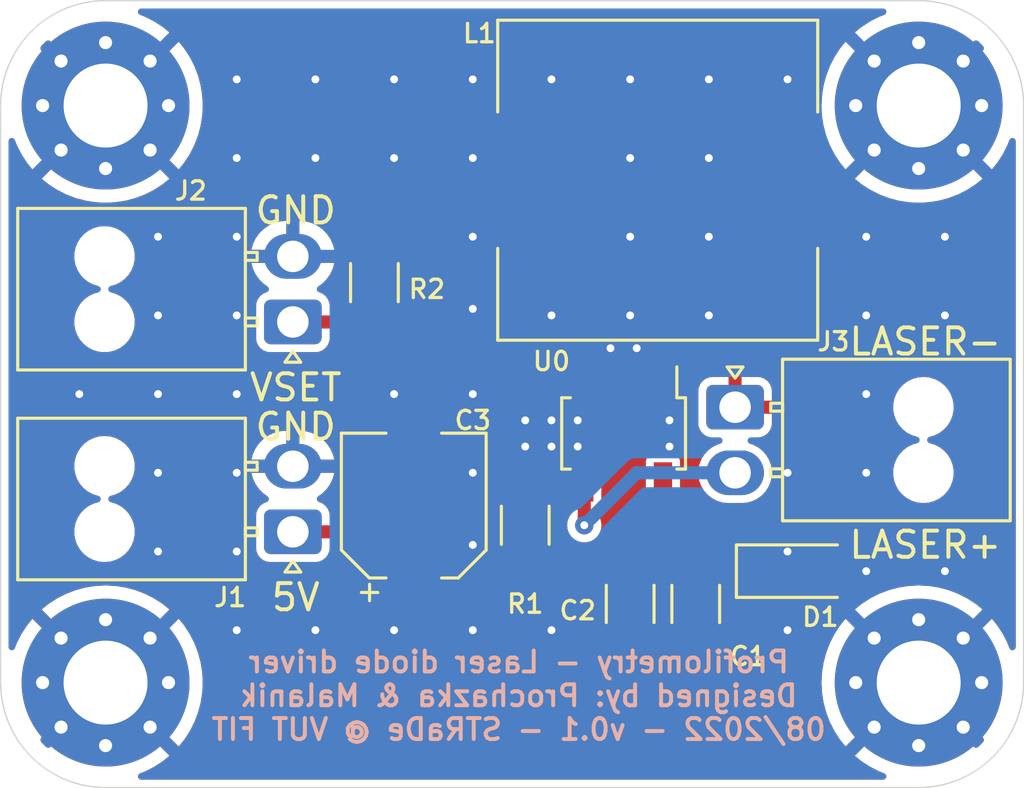
<source format=kicad_pcb>
(kicad_pcb (version 20211014) (generator pcbnew)
  (title_block (title "Laser Driver") (date "2022-08-29") (rev "1") (company "Adam Prochazka VUT FIT"))
  (layers (0 "F.Cu" signal) (31 "B.Cu" power) (34 "B.Paste" user) (35 "F.Paste" user) (36 "B.SilkS" user "B.Silkscreen") (37 "F.SilkS" user "F.Silkscreen") (38 "B.Mask" user) (39 "F.Mask" user) (44 "Edge.Cuts" user))
  (net 0 "")
  (net 1 "+5V")
  (net 2 "GND")
  (net 3 "/VSET")
  (net 4 "/ISENSE")
  (net 5 "Net-(D1-Pad2)")
  (net 6 "Net-(L1-Pad1)")
  (footprint "Capacitor_SMD:C_1206_3216Metric_Pad1.33x1.80mm_HandSolder" (layer "F.Cu") (at 149 93 -90)
    (fp_text reference "C2" (at 0.25 2 -180) (layer "F.SilkS") (effects (font (size 0.7 0.7) (thickness 0.125))))
    (fp_text value "100nF" hide)
    (fp_line (start -0.711252 0.91) (end 0.711252 0.91) (layer "F.SilkS") (width 0.12))
    (fp_line (start -0.711252 -0.91) (end 0.711252 -0.91) (layer "F.SilkS") (width 0.12))
    (pad "1" smd roundrect (at -1.5625 0 270) (size 1.325 1.8) (layers "F.Cu" "F.Paste" "F.Mask") (roundrect_rratio 0.188679) (net 1 "+5V"))
    (pad "2" smd roundrect (at 1.5625 0 270) (size 1.325 1.8) (layers "F.Cu" "F.Paste" "F.Mask") (roundrect_rratio 0.188679) (net 2 "GND"))
  )
  (footprint "Diode_SMD:D_SOD-123F" (layer "F.Cu") (at 155.25 91.75)
    (fp_text reference "D1" (at 1 1.75 180) (layer "F.SilkS") (effects (font (size 0.7 0.7) (thickness 0.125))))
    (fp_text value "D_Schottky" hide)
    (fp_line (start -2.2 -1) (end 1.65 -1) (layer "F.SilkS") (width 0.12))
    (fp_line (start -2.2 1) (end 1.65 1) (layer "F.SilkS") (width 0.12))
    (fp_line (start -2.2 -1) (end -2.2 1) (layer "F.SilkS") (width 0.12))
    (pad "1" smd rect (at -1.4 0) (size 1.1 1.1) (layers "F.Cu" "F.Paste" "F.Mask") (net 1 "+5V"))
    (pad "2" smd rect (at 1.4 0) (size 1.1 1.1) (layers "F.Cu" "F.Paste" "F.Mask") (net 5 "Net-(D1-Pad2)"))
  )
  (footprint "Capacitor_SMD:C_1206_3216Metric_Pad1.33x1.80mm_HandSolder" (layer "F.Cu") (at 151.5 93 -90)
    (fp_text reference "C1" (at 2 -2 180) (layer "F.SilkS") (effects (font (size 0.7 0.7) (thickness 0.125))))
    (fp_text value "10uF" hide)
    (fp_line (start -0.711252 0.91) (end 0.711252 0.91) (layer "F.SilkS") (width 0.12))
    (fp_line (start -0.711252 -0.91) (end 0.711252 -0.91) (layer "F.SilkS") (width 0.12))
    (pad "1" smd roundrect (at -1.5625 0 270) (size 1.325 1.8) (layers "F.Cu" "F.Paste" "F.Mask") (roundrect_rratio 0.188679) (net 1 "+5V"))
    (pad "2" smd roundrect (at 1.5625 0 270) (size 1.325 1.8) (layers "F.Cu" "F.Paste" "F.Mask") (roundrect_rratio 0.188679) (net 2 "GND"))
  )
  (footprint "Connector_Molex:Molex_Nano-Fit_105313-xx02_1x02_P2.50mm_Horizontal" (layer "F.Cu") (at 136.14 90.25 180)
    (fp_text reference "J1" (at 2.39 -2.5) (layer "F.SilkS") (effects (font (size 0.7 0.7) (thickness 0.125))))
    (fp_text value "POWER" hide)
    (fp_line (start 1.36 2.65) (end 1.81 2.65) (layer "F.SilkS") (width 0.12))
    (fp_line (start 1.36 2.35) (end 1.36 2.65) (layer "F.SilkS") (width 0.12))
    (fp_line (start 1.36 0.15) (end 1.81 0.15) (layer "F.SilkS") (width 0.12))
    (fp_line (start 1.81 2.35) (end 1.36 2.35) (layer "F.SilkS") (width 0.12))
    (fp_line (start 1.81 -0.15) (end 1.36 -0.15) (layer "F.SilkS") (width 0.12))
    (fp_line (start 1.81 4.33) (end 10.49 4.33) (layer "F.SilkS") (width 0.12))
    (fp_line (start 10.49 4.33) (end 10.49 -1.83) (layer "F.SilkS") (width 0.12))
    (fp_line (start 1.36 -0.15) (end 1.36 0.15) (layer "F.SilkS") (width 0.12))
    (fp_line (start 0.3 -1.534264) (end -0.3 -1.534264) (layer "F.SilkS") (width 0.12))
    (fp_line (start 1.81 2.65) (end 1.81 2.35) (layer "F.SilkS") (width 0.12))
    (fp_line (start 0 -1.11) (end 0.3 -1.534264) (layer "F.SilkS") (width 0.12))
    (fp_line (start 1.81 0.15) (end 1.81 -0.15) (layer "F.SilkS") (width 0.12))
    (fp_line (start -0.3 -1.534264) (end 0 -1.11) (layer "F.SilkS") (width 0.12))
    (fp_line (start 1.81 -1.83) (end 1.81 4.33) (layer "F.SilkS") (width 0.12))
    (fp_line (start 10.49 -1.83) (end 1.81 -1.83) (layer "F.SilkS") (width 0.12))
    (pad "" np_thru_hole circle (at 7.18 2.5 180) (size 1.7 1.7) (drill 1.7) (layers *.Cu *.Mask))
    (pad "" np_thru_hole circle (at 7.18 0 180) (size 1.7 1.7) (drill 1.7) (layers *.Cu *.Mask))
    (pad "1" thru_hole roundrect (at 0 0 180) (size 2.2 1.7) (drill 1.2) (layers *.Cu *.Mask) (roundrect_rratio 0.147059) (net 1 "+5V"))
    (pad "2" thru_hole oval (at 0 2.5 180) (size 2.2 1.7) (drill 1.2) (layers *.Cu *.Mask) (net 2 "GND"))
  )
  (footprint "MountingHole:MountingHole_3.2mm_M3_Pad_Via" (layer "F.Cu") (at 129 96)
    (fp_text reference "H2" hide)
    (fp_text value "M3" hide)
    (pad "1" thru_hole circle (at 0 2.4) (size 0.8 0.8) (drill 0.5) (layers *.Cu *.Mask) (net 2 "GND"))
    (pad "1" thru_hole circle (at -2.4 0) (size 0.8 0.8) (drill 0.5) (layers *.Cu *.Mask) (net 2 "GND"))
    (pad "1" thru_hole circle (at 0 0) (size 6.4 6.4) (drill 3.2) (layers *.Cu *.Mask) (net 2 "GND"))
    (pad "1" thru_hole circle (at -1.697056 1.697056) (size 0.8 0.8) (drill 0.5) (layers *.Cu *.Mask) (net 2 "GND"))
    (pad "1" thru_hole circle (at 1.697056 1.697056) (size 0.8 0.8) (drill 0.5) (layers *.Cu *.Mask) (net 2 "GND"))
    (pad "1" thru_hole circle (at -1.697056 -1.697056) (size 0.8 0.8) (drill 0.5) (layers *.Cu *.Mask) (net 2 "GND"))
    (pad "1" thru_hole circle (at 2.4 0) (size 0.8 0.8) (drill 0.5) (layers *.Cu *.Mask) (net 2 "GND"))
    (pad "1" thru_hole circle (at 1.697056 -1.697056) (size 0.8 0.8) (drill 0.5) (layers *.Cu *.Mask) (net 2 "GND"))
    (pad "1" thru_hole circle (at 0 -2.4) (size 0.8 0.8) (drill 0.5) (layers *.Cu *.Mask) (net 2 "GND"))
  )
  (footprint "Resistor_SMD:R_1206_3216Metric_Pad1.30x1.75mm_HandSolder" (layer "F.Cu") (at 145 90 90)
    (fp_text reference "R1" (at -3 0 180) (layer "F.SilkS") (effects (font (size 0.7 0.7) (thickness 0.125))))
    (fp_text value "1.4R" hide)
    (fp_line (start -0.727064 -0.91) (end 0.727064 -0.91) (layer "F.SilkS") (width 0.12))
    (fp_line (start -0.727064 0.91) (end 0.727064 0.91) (layer "F.SilkS") (width 0.12))
    (pad "1" smd roundrect (at -1.55 0 90) (size 1.3 1.75) (layers "F.Cu" "F.Paste" "F.Mask") (roundrect_rratio 0.192308) (net 1 "+5V"))
    (pad "2" smd roundrect (at 1.55 0 90) (size 1.3 1.75) (layers "F.Cu" "F.Paste" "F.Mask") (roundrect_rratio 0.192308) (net 4 "/ISENSE"))
  )
  (footprint "Custom:4800S" (layer "F.Cu") (at 143.95 70.745 180)
    (fp_text reference "L1" (at 0.7 -0.505 unlocked) (layer "F.SilkS") (effects (font (size 0.7 0.7) (thickness 0.125))))
    (fp_text value "33uH" hide)
    (fp_line (start -12.2 -12.2) (end 0 -12.2) (layer "F.SilkS") (width 0.12))
    (fp_line (start -12.2 0) (end -12.2 -3.5) (layer "F.SilkS") (width 0.12))
    (fp_line (start 0 -12.2) (end 0 -8.7) (layer "F.SilkS") (width 0.12))
    (fp_line (start 0 0) (end 0 -3.5) (layer "F.SilkS") (width 0.12))
    (fp_line (start -12.2 -12.2) (end -12.2 -8.7) (layer "F.SilkS") (width 0.12))
    (fp_line (start 0 0) (end -12.2 0) (layer "F.SilkS") (width 0.12))
    (pad "1" smd roundrect (at -1.15 -6.1 180) (size 2.9 5) (layers "F.Cu" "F.Paste" "F.Mask") (net 6 "Net-(L1-Pad1)"))
    (pad "2" smd roundrect (at -10.95 -6.1 180) (size 2.9 5) (layers "F.Cu" "F.Paste" "F.Mask") (net 5 "Net-(D1-Pad2)"))
  )
  (footprint "Package_TO_SOT_SMD:SOT-89-5" (layer "F.Cu") (at 148.75 86.5 -90)
    (fp_text reference "U0" (at -2.75 2.75 180) (layer "F.SilkS") (effects (font (size 0.7 0.7) (thickness 0.125))))
    (fp_text value "AL8861Y-13" hide)
    (fp_line (start -1.36 -2.36) (end 1.36 -2.36) (layer "F.SilkS") (width 0.12))
    (fp_line (start -1.36 -2.36) (end -1.36 -2.03) (layer "F.SilkS") (width 0.12))
    (fp_line (start -1.36 2.36) (end -1.36 2.03) (layer "F.SilkS") (width 0.12))
    (fp_line (start -2.54 -2.03) (end -1.36 -2.03) (layer "F.SilkS") (width 0.12))
    (fp_line (start 1.36 2.36) (end -1.36 2.36) (layer "F.SilkS") (width 0.12))
    (fp_line (start 1.36 2.03) (end 1.36 2.36) (layer "F.SilkS") (width 0.12))
    (fp_line (start 1.36 -2.36) (end 1.36 -2.03) (layer "F.SilkS") (width 0.12))
    (pad "1" smd rect (at -1.85 -1.5 270) (size 1.5 0.7) (layers "F.Cu" "F.Paste" "F.Mask") (net 6 "Net-(L1-Pad1)"))
    (pad "2" smd custom (at 0 0 270) (size 0.8 2) (layers "F.Cu" "F.Paste" "F.Mask") (net 2 "GND") (options (clearance outline) (anchor rect)) (primitives (gr_poly (pts (xy 0.9 -0.5) (xy 2.6 -0.5) (xy 2.6 0.5) (xy 0.9 0.5) (xy 0.4 1) (xy -0.4 1) (xy -0.9 0.5) (xy -2.6 0.5) (xy -2.6 -0.5) (xy -0.9 -0.5) (xy -0.4 -1) (xy 0.4 -1)) (width 0) (fill yes))))
    (pad "3" smd rect (at -1.85 1.5 270) (size 1.5 0.7) (layers "F.Cu" "F.Paste" "F.Mask") (net 3 "/VSET"))
    (pad "4" smd rect (at 1.85 1.5 270) (size 1.5 0.7) (layers "F.Cu" "F.Paste" "F.Mask") (net 4 "/ISENSE"))
    (pad "5" smd rect (at 1.85 -1.5 270) (size 1.5 0.7) (layers "F.Cu" "F.Paste" "F.Mask") (net 1 "+5V"))
  )
  (footprint "MountingHole:MountingHole_3.2mm_M3_Pad_Via" (layer "F.Cu") (at 160 96)
    (fp_text reference "H3" hide)
    (fp_text value "M3" hide)
    (pad "1" thru_hole circle (at -2.4 0) (size 0.8 0.8) (drill 0.5) (layers *.Cu *.Mask) (net 2 "GND"))
    (pad "1" thru_hole circle (at 0 0) (size 6.4 6.4) (drill 3.2) (layers *.Cu *.Mask) (net 2 "GND"))
    (pad "1" thru_hole circle (at -1.697056 -1.697056) (size 0.8 0.8) (drill 0.5) (layers *.Cu *.Mask) (net 2 "GND"))
    (pad "1" thru_hole circle (at 0 2.4) (size 0.8 0.8) (drill 0.5) (layers *.Cu *.Mask) (net 2 "GND"))
    (pad "1" thru_hole circle (at 2.4 0) (size 0.8 0.8) (drill 0.5) (layers *.Cu *.Mask) (net 2 "GND"))
    (pad "1" thru_hole circle (at -1.697056 1.697056) (size 0.8 0.8) (drill 0.5) (layers *.Cu *.Mask) (net 2 "GND"))
    (pad "1" thru_hole circle (at 1.697056 1.697056) (size 0.8 0.8) (drill 0.5) (layers *.Cu *.Mask) (net 2 "GND"))
    (pad "1" thru_hole circle (at 0 -2.4) (size 0.8 0.8) (drill 0.5) (layers *.Cu *.Mask) (net 2 "GND"))
    (pad "1" thru_hole circle (at 1.697056 -1.697056) (size 0.8 0.8) (drill 0.5) (layers *.Cu *.Mask) (net 2 "GND"))
  )
  (footprint "Connector_Molex:Molex_Nano-Fit_105313-xx02_1x02_P2.50mm_Horizontal" (layer "F.Cu") (at 153 85.5)
    (fp_text reference "J3" (at 3.75 -2.5) (layer "F.SilkS") (effects (font (size 0.7 0.7) (thickness 0.125))))
    (fp_text value "LASER" hide)
    (fp_line (start 1.81 4.33) (end 10.49 4.33) (layer "F.SilkS") (width 0.12))
    (fp_line (start 1.81 2.65) (end 1.81 2.35) (layer "F.SilkS") (width 0.12))
    (fp_line (start 1.36 -0.15) (end 1.36 0.15) (layer "F.SilkS") (width 0.12))
    (fp_line (start 1.81 -1.83) (end 1.81 4.33) (layer "F.SilkS") (width 0.12))
    (fp_line (start 1.81 2.35) (end 1.36 2.35) (layer "F.SilkS") (width 0.12))
    (fp_line (start 0 -1.11) (end 0.3 -1.534264) (layer "F.SilkS") (width 0.12))
    (fp_line (start 10.49 -1.83) (end 1.81 -1.83) (layer "F.SilkS") (width 0.12))
    (fp_line (start -0.3 -1.534264) (end 0 -1.11) (layer "F.SilkS") (width 0.12))
    (fp_line (start 1.81 -0.15) (end 1.36 -0.15) (layer "F.SilkS") (width 0.12))
    (fp_line (start 1.36 2.65) (end 1.81 2.65) (layer "F.SilkS") (width 0.12))
    (fp_line (start 1.81 0.15) (end 1.81 -0.15) (layer "F.SilkS") (width 0.12))
    (fp_line (start 0.3 -1.534264) (end -0.3 -1.534264) (layer "F.SilkS") (width 0.12))
    (fp_line (start 1.36 0.15) (end 1.81 0.15) (layer "F.SilkS") (width 0.12))
    (fp_line (start 1.36 2.35) (end 1.36 2.65) (layer "F.SilkS") (width 0.12))
    (fp_line (start 10.49 4.33) (end 10.49 -1.83) (layer "F.SilkS") (width 0.12))
    (pad "" np_thru_hole circle (at 7.18 0) (size 1.7 1.7) (drill 1.7) (layers *.Cu *.Mask))
    (pad "" np_thru_hole circle (at 7.18 2.5) (size 1.7 1.7) (drill 1.7) (layers *.Cu *.Mask))
    (pad "1" thru_hole roundrect (at 0 0) (size 2.2 1.7) (drill 1.2) (layers *.Cu *.Mask) (roundrect_rratio 0.147059) (net 5 "Net-(D1-Pad2)"))
    (pad "2" thru_hole oval (at 0 2.5) (size 2.2 1.7) (drill 1.2) (layers *.Cu *.Mask) (net 4 "/ISENSE"))
  )
  (footprint "Capacitor_SMD:CP_Elec_5x5.3" (layer "F.Cu") (at 140.75 89.25 90)
    (fp_text reference "C3" (at 3.25 2.25) (layer "F.SilkS") (effects (font (size 0.7 0.7) (thickness 0.125))))
    (fp_text value "100uF" hide)
    (fp_line (start -2.76 1.695563) (end -1.695563 2.76) (layer "F.SilkS") (width 0.12))
    (fp_line (start -1.695563 -2.76) (end 2.76 -2.76) (layer "F.SilkS") (width 0.12))
    (fp_line (start -2.76 -1.695563) (end -1.695563 -2.76) (layer "F.SilkS") (width 0.12))
    (fp_line (start -3.3125 -1.9975) (end -3.3125 -1.3725) (layer "F.SilkS") (width 0.12))
    (fp_line (start 2.76 -2.76) (end 2.76 -1.06) (layer "F.SilkS") (width 0.12))
    (fp_line (start -2.76 1.695563) (end -2.76 1.06) (layer "F.SilkS") (width 0.12))
    (fp_line (start 2.76 2.76) (end 2.76 1.06) (layer "F.SilkS") (width 0.12))
    (fp_line (start -3.625 -1.685) (end -3 -1.685) (layer "F.SilkS") (width 0.12))
    (fp_line (start -2.76 -1.695563) (end -2.76 -1.06) (layer "F.SilkS") (width 0.12))
    (fp_line (start -1.695563 2.76) (end 2.76 2.76) (layer "F.SilkS") (width 0.12))
    (pad "1" smd roundrect (at -2.2 0 90) (size 3 1.6) (layers "F.Cu" "F.Paste" "F.Mask") (roundrect_rratio 0.15625) (net 1 "+5V"))
    (pad "2" smd roundrect (at 2.2 0 90) (size 3 1.6) (layers "F.Cu" "F.Paste" "F.Mask") (roundrect_rratio 0.15625) (net 2 "GND"))
  )
  (footprint "Resistor_SMD:R_1206_3216Metric_Pad1.30x1.75mm_HandSolder" (layer "F.Cu") (at 139.25 80.75 90)
    (fp_text reference "R2" (at -0.25 2) (layer "F.SilkS") (effects (font (size 0.7 0.7) (thickness 0.125))))
    (fp_text value "10K" hide)
    (fp_line (start -0.727064 0.91) (end 0.727064 0.91) (layer "F.SilkS") (width 0.12))
    (fp_line (start -0.727064 -0.91) (end 0.727064 -0.91) (layer "F.SilkS") (width 0.12))
    (pad "1" smd roundrect (at -1.55 0 90) (size 1.3 1.75) (layers "F.Cu" "F.Paste" "F.Mask") (roundrect_rratio 0.192308) (net 3 "/VSET"))
    (pad "2" smd roundrect (at 1.55 0 90) (size 1.3 1.75) (layers "F.Cu" "F.Paste" "F.Mask") (roundrect_rratio 0.192308) (net 2 "GND"))
  )
  (footprint "MountingHole:MountingHole_3.2mm_M3_Pad_Via" (layer "F.Cu") (at 160 74)
    (fp_text reference "H4" hide)
    (fp_text value "M3" hide)
    (pad "1" thru_hole circle (at -2.4 0) (size 0.8 0.8) (drill 0.5) (layers *.Cu *.Mask) (net 2 "GND"))
    (pad "1" thru_hole circle (at 1.697056 1.697056) (size 0.8 0.8) (drill 0.5) (layers *.Cu *.Mask) (net 2 "GND"))
    (pad "1" thru_hole circle (at -1.697056 1.697056) (size 0.8 0.8) (drill 0.5) (layers *.Cu *.Mask) (net 2 "GND"))
    (pad "1" thru_hole circle (at 2.4 0) (size 0.8 0.8) (drill 0.5) (layers *.Cu *.Mask) (net 2 "GND"))
    (pad "1" thru_hole circle (at 0 0) (size 6.4 6.4) (drill 3.2) (layers *.Cu *.Mask) (net 2 "GND"))
    (pad "1" thru_hole circle (at 0 2.4) (size 0.8 0.8) (drill 0.5) (layers *.Cu *.Mask) (net 2 "GND"))
    (pad "1" thru_hole circle (at 1.697056 -1.697056) (size 0.8 0.8) (drill 0.5) (layers *.Cu *.Mask) (net 2 "GND"))
    (pad "1" thru_hole circle (at -1.697056 -1.697056) (size 0.8 0.8) (drill 0.5) (layers *.Cu *.Mask) (net 2 "GND"))
    (pad "1" thru_hole circle (at 0 -2.4) (size 0.8 0.8) (drill 0.5) (layers *.Cu *.Mask) (net 2 "GND"))
  )
  (footprint "MountingHole:MountingHole_3.2mm_M3_Pad_Via" (layer "F.Cu") (at 129 74)
    (fp_text reference "H1" hide)
    (fp_text value "M3" hide)
    (pad "1" thru_hole circle (at -2.4 0) (size 0.8 0.8) (drill 0.5) (layers *.Cu *.Mask) (net 2 "GND"))
    (pad "1" thru_hole circle (at -1.697056 1.697056) (size 0.8 0.8) (drill 0.5) (layers *.Cu *.Mask) (net 2 "GND"))
    (pad "1" thru_hole circle (at 0 2.4) (size 0.8 0.8) (drill 0.5) (layers *.Cu *.Mask) (net 2 "GND"))
    (pad "1" thru_hole circle (at 0 -2.4) (size 0.8 0.8) (drill 0.5) (layers *.Cu *.Mask) (net 2 "GND"))
    (pad "1" thru_hole circle (at -1.697056 -1.697056) (size 0.8 0.8) (drill 0.5) (layers *.Cu *.Mask) (net 2 "GND"))
    (pad "1" thru_hole circle (at 0 0) (size 6.4 6.4) (drill 3.2) (layers *.Cu *.Mask) (net 2 "GND"))
    (pad "1" thru_hole circle (at 1.697056 -1.697056) (size 0.8 0.8) (drill 0.5) (layers *.Cu *.Mask) (net 2 "GND"))
    (pad "1" thru_hole circle (at 2.4 0) (size 0.8 0.8) (drill 0.5) (layers *.Cu *.Mask) (net 2 "GND"))
    (pad "1" thru_hole circle (at 1.697056 1.697056) (size 0.8 0.8) (drill 0.5) (layers *.Cu *.Mask) (net 2 "GND"))
  )
  (footprint "Connector_Molex:Molex_Nano-Fit_105313-xx02_1x02_P2.50mm_Horizontal" (layer "F.Cu") (at 136.14 82.25 180)
    (fp_text reference "J2" (at 3.89 5) (layer "F.SilkS") (effects (font (size 0.7 0.7) (thickness 0.125))))
    (fp_text value "VSET" hide)
    (fp_line (start 1.81 2.65) (end 1.81 2.35) (layer "F.SilkS") (width 0.12))
    (fp_line (start 1.81 2.35) (end 1.36 2.35) (layer "F.SilkS") (width 0.12))
    (fp_line (start -0.3 -1.534264) (end 0 -1.11) (layer "F.SilkS") (width 0.12))
    (fp_line (start 1.36 2.65) (end 1.81 2.65) (layer "F.SilkS") (width 0.12))
    (fp_line (start 1.36 2.35) (end 1.36 2.65) (layer "F.SilkS") (width 0.12))
    (fp_line (start 1.36 -0.15) (end 1.36 0.15) (layer "F.SilkS") (width 0.12))
    (fp_line (start 0.3 -1.534264) (end -0.3 -1.534264) (layer "F.SilkS") (width 0.12))
    (fp_line (start 1.36 0.15) (end 1.81 0.15) (layer "F.SilkS") (width 0.12))
    (fp_line (start 1.81 -0.15) (end 1.36 -0.15) (layer "F.SilkS") (width 0.12))
    (fp_line (start 0 -1.11) (end 0.3 -1.534264) (layer "F.SilkS") (width 0.12))
    (fp_line (start 1.81 -1.83) (end 1.81 4.33) (layer "F.SilkS") (width 0.12))
    (fp_line (start 10.49 4.33) (end 10.49 -1.83) (layer "F.SilkS") (width 0.12))
    (fp_line (start 1.81 0.15) (end 1.81 -0.15) (layer "F.SilkS") (width 0.12))
    (fp_line (start 1.81 4.33) (end 10.49 4.33) (layer "F.SilkS") (width 0.12))
    (fp_line (start 10.49 -1.83) (end 1.81 -1.83) (layer "F.SilkS") (width 0.12))
    (pad "" np_thru_hole circle (at 7.18 2.5 180) (size 1.7 1.7) (drill 1.7) (layers *.Cu *.Mask))
    (pad "" np_thru_hole circle (at 7.18 0 180) (size 1.7 1.7) (drill 1.7) (layers *.Cu *.Mask))
    (pad "1" thru_hole roundrect (at 0 0 180) (size 2.2 1.7) (drill 1.2) (layers *.Cu *.Mask) (roundrect_rratio 0.147059) (net 3 "/VSET"))
    (pad "2" thru_hole oval (at 0 2.5 180) (size 2.2 1.7) (drill 1.2) (layers *.Cu *.Mask) (net 2 "GND"))
  )
  (gr_line (start 125 74) (end 125 96) (layer "Edge.Cuts") (width 0.05))
  (gr_arc (start 164 96) (mid 162.828427 98.828427) (end 160 100) (layer "Edge.Cuts") (width 0.05))
  (gr_line (start 160 70) (end 129 70) (layer "Edge.Cuts") (width 0.05))
  (gr_arc (start 125 74) (mid 126.171573 71.171573) (end 129 70) (layer "Edge.Cuts") (width 0.05))
  (gr_arc (start 160 70) (mid 162.828427 71.171573) (end 164 74) (layer "Edge.Cuts") (width 0.05))
  (gr_line (start 164 96) (end 164 74) (layer "Edge.Cuts") (width 0.05))
  (gr_line (start 129 100) (end 160 100) (layer "Edge.Cuts") (width 0.05))
  (gr_arc (start 129 100) (mid 126.171573 98.828427) (end 125 96) (layer "Edge.Cuts") (width 0.05))
  (gr_text "Profilometry - Laser diode driver\nDesigned by: Prochazka & Malanik\n08/2022 - v0.1 - STRaDe @ VUT FIT" (at 144.75 96.5) (layer "B.SilkS") (effects (font (size 0.8 0.8)) (justify mirror)))
  (gr_text "5V" (at 136.25 92.75) (layer "F.SilkS") (effects (font (size 1 1))))
  (gr_text "GND" (at 136.25 86.25) (layer "F.SilkS") (effects (font (size 1 1))))
  (gr_text "VSET" (at 136.25 84.75) (layer "F.SilkS") (effects (font (size 1 1))))
  (gr_text "LASER+" (at 160.25 90.75) (layer "F.SilkS") (effects (font (size 1 1))))
  (gr_text "GND" (at 136.25 78) (layer "F.SilkS") (effects (font (size 1 1))))
  (gr_text "LASER-" (at 160.25 83) (layer "F.SilkS") (effects (font (size 1 1))))
  (segment (start 150 90) (end 150.25 89.75) (width 0.5) (layer "F.Cu") (net 1))
  (segment (start 137.75 90.25) (end 139 91.5) (width 0.5) (layer "F.Cu") (net 1))
  (segment (start 150.25 89.75) (end 150.25 88.35) (width 0.5) (layer "F.Cu") (net 1))
  (segment (start 149 90.25) (end 149.25 90) (width 0.5) (layer "F.Cu") (net 1))
  (segment (start 140.75 91.45) (end 141.05 91.75) (width 0.5) (layer "F.Cu") (net 1))
  (segment (start 139 91.5) (end 140.7 91.5) (width 0.5) (layer "F.Cu") (net 1))
  (segment (start 136.14 90.25) (end 137.75 90.25) (width 0.5) (layer "F.Cu") (net 1))
  (segment (start 141.05 91.75) (end 150.5 91.75) (width 0.5) (layer "F.Cu") (net 1))
  (segment (start 140.7 91.5) (end 140.75 91.45) (width 0.5) (layer "F.Cu") (net 1))
  (segment (start 149.25 90) (end 150 90) (width 0.5) (layer "F.Cu") (net 1))
  (segment (start 149 91.4375) (end 149 90.25) (width 0.5) (layer "F.Cu") (net 1))
  (segment (start 150.5 91.75) (end 153.85 91.75) (width 0.5) (layer "F.Cu") (net 1))
  (via (at 143 73) (size 0.7) (drill 0.3) (layers "F.Cu" "B.Cu") (net 2))
  (via (at 146 86) (size 0.7) (drill 0.3) (layers "F.Cu" "B.Cu") (net 2))
  (via (at 134 79) (size 0.7) (drill 0.3) (layers "F.Cu" "B.Cu") (net 2))
  (via (at 140 73) (size 0.7) (drill 0.3) (layers "F.Cu" "B.Cu") (net 2))
  (via (at 128 85) (size 0.7) (drill 0.3) (layers "F.Cu" "B.Cu") (net 2))
  (via (at 145 87) (size 0.7) (drill 0.3) (layers "F.Cu" "B.Cu") (net 2))
  (via (at 150.5 86) (size 0.7) (drill 0.3) (layers "F.Cu" "B.Cu") (net 2))
  (via (at 149 82) (size 0.7) (drill 0.3) (layers "F.Cu" "B.Cu") (net 2))
  (via (at 158 82) (size 0.7) (drill 0.3) (layers "F.Cu" "B.Cu") (net 2))
  (via (at 131 88) (size 0.7) (drill 0.3) (layers "F.Cu" "B.Cu") (net 2))
  (via (at 155 91) (size 0.7) (drill 0.3) (layers "F.Cu" "B.Cu") (net 2))
  (via (at 134 91) (size 0.7) (drill 0.3) (layers "F.Cu" "B.Cu") (net 2))
  (via (at 161 82) (size 0.7) (drill 0.3) (layers "F.Cu" "B.Cu") (net 2))
  (via (at 149 73) (size 0.7) (drill 0.3) (layers "F.Cu" "B.Cu") (net 2))
  (via (at 134 82) (size 0.7) (drill 0.3) (layers "F.Cu" "B.Cu") (net 2))
  (via (at 149 76) (size 0.7) (drill 0.3) (layers "F.Cu" "B.Cu") (net 2))
  (via (at 140 85) (size 0.7) (drill 0.3) (layers "F.Cu" "B.Cu") (net 2))
  (via (at 155 94) (size 0.7) (drill 0.3) (layers "F.Cu" "B.Cu") (net 2))
  (via (at 134 85) (size 0.7) (drill 0.3) (layers "F.Cu" "B.Cu") (net 2))
  (via (at 155 88) (size 0.7) (drill 0.3) (layers "F.Cu" "B.Cu") (net 2))
  (via (at 146 94) (size 0.7) (drill 0.3) (layers "F.Cu" "B.Cu") (net 2))
  (via (at 140 76) (size 0.7) (drill 0.3) (layers "F.Cu" "B.Cu") (net 2))
  (via (at 147 87) (size 0.7) (drill 0.3) (layers "F.Cu" "B.Cu") (net 2))
  (via (at 131 91) (size 0.7) (drill 0.3) (layers "F.Cu" "B.Cu") (net 2))
  (via (at 131 79) (size 0.7) (drill 0.3) (layers "F.Cu" "B.Cu") (net 2))
  (via (at 146 73) (size 0.7) (drill 0.3) (layers "F.Cu" "B.Cu") (net 2))
  (via (at 158 91.75) (size 0.7) (drill 0.3) (layers "F.Cu" "B.Cu") (net 2))
  (via (at 152 73) (size 0.7) (drill 0.3) (layers "F.Cu" "B.Cu") (net 2))
  (via (at 150.5 87) (size 0.7) (drill 0.3) (layers "F.Cu" "B.Cu") (net 2))
  (via (at 131 85) (size 0.7) (drill 0.3) (layers "F.Cu" "B.Cu") (net 2))
  (via (at 137 94) (size 0.7) (drill 0.3) (layers "F.Cu" "B.Cu") (net 2))
  (via (at 161 91.75) (size 0.7) (drill 0.3) (layers "F.Cu" "B.Cu") (net 2))
  (via (at 152 76) (size 0.7) (drill 0.3) (layers "F.Cu" "B.Cu") (net 2))
  (via (at 143 81.75) (size 0.7) (drill 0.3) (layers "F.Cu" "B.Cu") (net 2))
  (via (at 149.25 83.25) (size 0.7) (drill 0.3) (layers "F.Cu" "B.Cu") (net 2))
  (via (at 134 76) (size 0.7) (drill 0.3) (layers "F.Cu" "B.Cu") (net 2))
  (via (at 143 85) (size 0.7) (drill 0.3) (layers "F.Cu" "B.Cu") (net 2))
  (via (at 145 86) (size 0.7) (drill 0.3) (layers "F.Cu" "B.Cu") (net 2))
  (via (at 158 79) (size 0.7) (drill 0.3) (layers "F.Cu" "B.Cu") (net 2))
  (via (at 137 73) (size 0.7) (drill 0.3) (layers "F.Cu" "B.Cu") (net 2))
  (via (at 143 94) (size 0.7) (drill 0.3) (layers "F.Cu" "B.Cu") (net 2))
  (via (at 161 79) (size 0.7) (drill 0.3) (layers "F.Cu" "B.Cu") (net 2))
  (via (at 140 94) (size 0.7) (drill 0.3) (layers "F.Cu" "B.Cu") (net 2))
  (via (at 152 82) (size 0.7) (drill 0.3) (layers "F.Cu" "B.Cu") (net 2))
  (via (at 152 79) (size 0.7) (drill 0.3) (layers "F.Cu" "B.Cu") (net 2))
  (via (at 134 94) (size 0.7) (drill 0.3) (layers "F.Cu" "B.Cu") (net 2))
  (via (at 158 88) (size 0.7) (drill 0.3) (layers "F.Cu" "B.Cu") (net 2))
  (via (at 143 79) (size 0.7) (drill 0.3) (layers "F.Cu" "B.Cu") (net 2))
  (via (at 148.25 83.25) (size 0.7) (drill 0.3) (layers "F.Cu" "B.Cu") (net 2))
  (via (at 146 87) (size 0.7) (drill 0.3) (layers "F.Cu" "B.Cu") (net 2))
  (via (at 137 76) (size 0.7) (drill 0.3) (layers "F.Cu" "B.Cu") (net 2))
  (via (at 134 73) (size 0.7) (drill 0.3) (layers "F.Cu" "B.Cu") (net 2))
  (via (at 143 76) (size 0.7) (drill 0.3) (layers "F.Cu" "B.Cu") (net 2))
  (via (at 149 79) (size 0.7) (drill 0.3) (layers "F.Cu" "B.Cu") (net 2))
  (via (at 143 90.75) (size 0.7) (drill 0.3) (layers "F.Cu" "B.Cu") (net 2))
  (via (at 155 73) (size 0.7) (drill 0.3) (layers "F.Cu" "B.Cu") (net 2))
  (via (at 143 88) (size 0.7) (drill 0.3) (layers "F.Cu" "B.Cu") (net 2))
  (via (at 146 82) (size 0.7) (drill 0.3) (layers "F.Cu" "B.Cu") (net 2))
  (via (at 158 85) (size 0.7) (drill 0.3) (layers "F.Cu" "B.Cu") (net 2))
  (via (at 147 86) (size 0.7) (drill 0.3) (layers "F.Cu" "B.Cu") (net 2))
  (via (at 131 82) (size 0.7) (drill 0.3) (layers "F.Cu" "B.Cu") (net 2))
  (via (at 134 88) (size 0.7) (drill 0.3) (layers "F.Cu" "B.Cu") (net 2))
  (segment (start 144.65 84.65) (end 147.25 84.65) (width 0.5) (layer "F.Cu") (net 3))
  (segment (start 139.25 82.55) (end 139.3 82.5) (width 0.5) (layer "F.Cu") (net 3))
  (segment (start 142.25 82.25) (end 144.65 84.65) (width 0.5) (layer "F.Cu") (net 3))
  (segment (start 139.2 82.25) (end 139.25 82.3) (width 0.5) (layer "F.Cu") (net 3))
  (segment (start 139.2 82.5) (end 139.25 82.55) (width 0.5) (layer "F.Cu") (net 3))
  (segment (start 139.25 82.3) (end 139.3 82.25) (width 0.5) (layer "F.Cu") (net 3))
  (segment (start 136.14 82.25) (end 139.2 82.25) (width 0.5) (layer "F.Cu") (net 3))
  (segment (start 139.3 82.25) (end 142.25 82.25) (width 0.5) (layer "F.Cu") (net 3))
  (segment (start 147.25 90) (end 147.25 88.35) (width 0.5) (layer "F.Cu") (net 4))
  (segment (start 145.1 88.35) (end 145 88.45) (width 0.5) (layer "F.Cu") (net 4))
  (segment (start 147.25 88.35) (end 145.1 88.35) (width 0.5) (layer "F.Cu") (net 4))
  (via (at 147.25 90) (size 0.7) (drill 0.3) (layers "F.Cu" "B.Cu") (net 4))
  (segment (start 149.25 88) (end 147.25 90) (width 0.5) (layer "B.Cu") (net 4))
  (segment (start 153 88) (end 149.25 88) (width 0.5) (layer "B.Cu") (net 4))
  (segment (start 155 81.5) (end 155 76.945) (width 0.5) (layer "F.Cu") (net 5))
  (segment (start 155 76.945) (end 154.9 76.845) (width 0.5) (layer "F.Cu") (net 5))
  (segment (start 153 85.5) (end 153 83.5) (width 0.5) (layer "F.Cu") (net 5))
  (segment (start 155 85.5) (end 156.65 87.15) (width 0.5) (layer "F.Cu") (net 5))
  (segment (start 156.65 87.15) (end 156.65 91.75) (width 0.5) (layer "F.Cu") (net 5))
  (segment (start 153 83.5) (end 155 81.5) (width 0.5) (layer "F.Cu") (net 5))
  (segment (start 153 85.5) (end 155 85.5) (width 0.5) (layer "F.Cu") (net 5))
  (segment (start 150.25 78.75) (end 150.25 84.65) (width 0.5) (layer "F.Cu") (net 6))
  (segment (start 145.195 76.75) (end 148.25 76.75) (width 0.5) (layer "F.Cu") (net 6))
  (segment (start 148.25 76.75) (end 150.25 78.75) (width 0.5) (layer "F.Cu") (net 6))
  (zone (net 2) (net_name "GND") (layers F&B.Cu) (connect_pads (clearance 0.3)) (min_thickness 0.25) (fill yes (thermal_gap 0.5) (thermal_bridge_width 0.5))
    (polygon (pts (xy 164 100) (xy 125 100) (xy 125 70) (xy 164 70)))
  )
)
</source>
